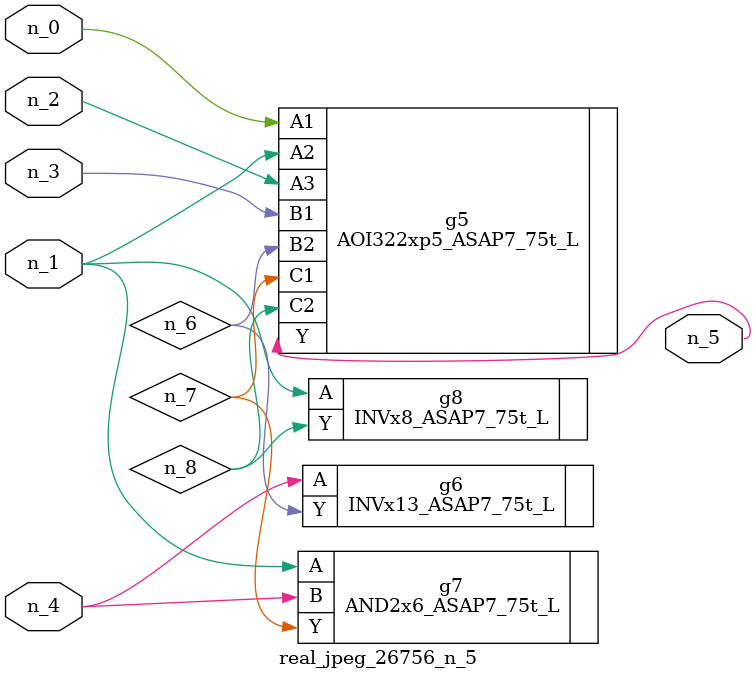
<source format=v>
module real_jpeg_26756_n_5 (n_4, n_0, n_1, n_2, n_3, n_5);

input n_4;
input n_0;
input n_1;
input n_2;
input n_3;

output n_5;

wire n_8;
wire n_6;
wire n_7;

AOI322xp5_ASAP7_75t_L g5 ( 
.A1(n_0),
.A2(n_1),
.A3(n_2),
.B1(n_3),
.B2(n_6),
.C1(n_7),
.C2(n_8),
.Y(n_5)
);

AND2x6_ASAP7_75t_L g7 ( 
.A(n_1),
.B(n_4),
.Y(n_7)
);

INVx8_ASAP7_75t_L g8 ( 
.A(n_1),
.Y(n_8)
);

INVx13_ASAP7_75t_L g6 ( 
.A(n_4),
.Y(n_6)
);


endmodule
</source>
